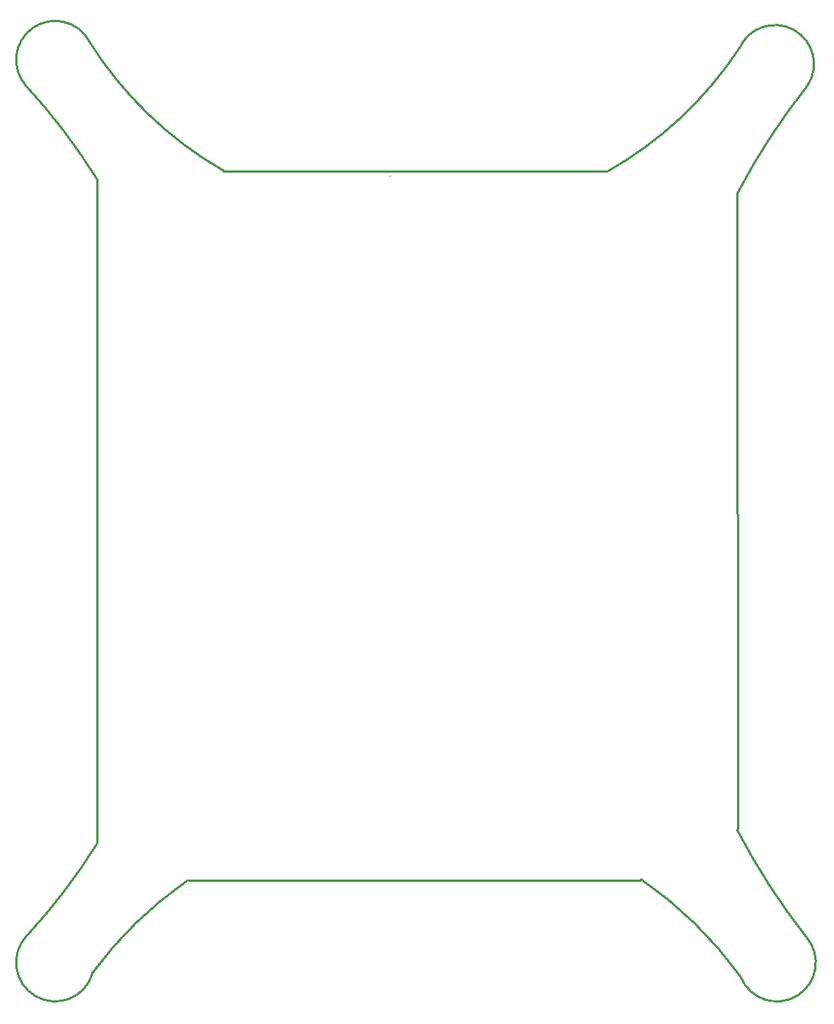
<source format=gm1>
G04*
G04 #@! TF.GenerationSoftware,Altium Limited,Altium Designer,19.0.12 (326)*
G04*
G04 Layer_Color=16711935*
%FSLAX24Y24*%
%MOIN*%
G70*
G01*
G75*
%ADD11C,0.0100*%
%ADD15C,0.0079*%
D11*
X-1242Y1156D02*
G03*
X1812Y5146I-20048J18504D01*
G01*
X29912Y-617D02*
G03*
X25573Y3624I-14272J-10263D01*
G01*
X29775Y5768D02*
G03*
X32780Y1120I26572J13884D01*
G01*
X24101Y34497D02*
G03*
X29850Y39860I-8252J14608D01*
G01*
X32829Y38233D02*
G03*
X29774Y33537I23469J-18617D01*
G01*
X1470Y40200D02*
G03*
X7378Y34520I14243J8903D01*
G01*
X1842Y34142D02*
G03*
X-1290Y38260I-23132J-14341D01*
G01*
X1489Y40191D02*
G03*
X-1259Y38226I-1489J-821D01*
G01*
X32840Y38250D02*
G03*
X29858Y39858I-1419J938D01*
G01*
X29928Y-649D02*
G03*
X32785Y1115I1572J649D01*
G01*
X5785Y3577D02*
G03*
X1620Y-470I9917J-14373D01*
G01*
X-1251Y1152D02*
G03*
X1631Y-481I1251J-1152D01*
G01*
X1830Y5200D02*
X1842Y34142D01*
X7330Y34510D02*
X13690D01*
X5830Y3590D02*
X9705D01*
X13620Y34510D02*
X24101D01*
X29774Y33537D02*
X29790Y5810D01*
X9705Y3590D02*
X25573D01*
D15*
X14619Y34320D02*
X14635Y34304D01*
M02*

</source>
